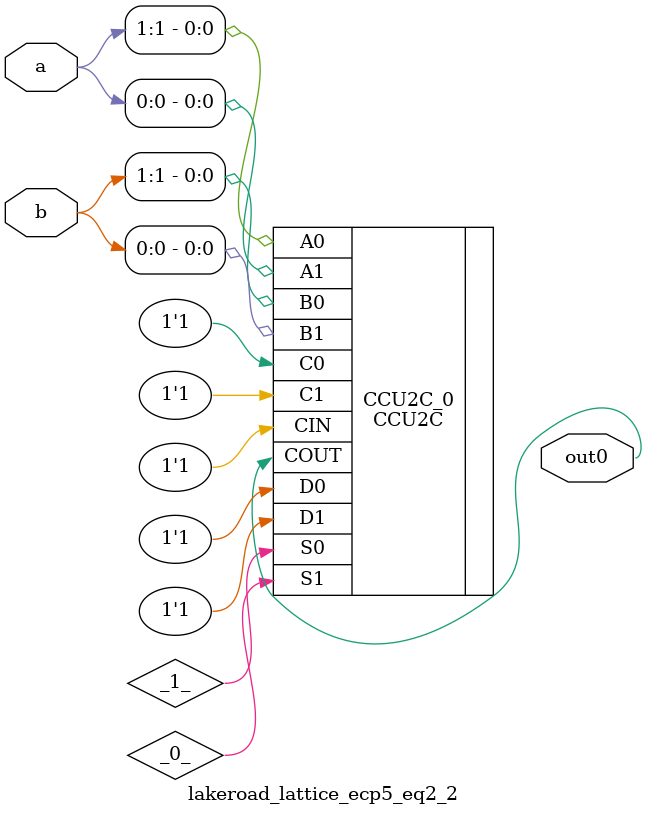
<source format=v>

/* Generated by Yosys 0.19 (git sha1 a45c131b37c, clang 13.1.6 -fPIC -Os) */

module lakeroad_lattice_ecp5_eq2_2(a, b, out0);
  wire _0_;
  wire _1_;
  input [1:0] a;
  wire [1:0] a;
  input [1:0] b;
  wire [1:0] b;
  output out0;
  wire out0;
  CCU2C #(
    .INIT0(16'h9001),
    .INIT1(16'h9001),
    .INJECT1_0("NO"),
    .INJECT1_1("NO")
  ) CCU2C_0 (
    .A0(a[1]),
    .A1(a[0]),
    .B0(b[1]),
    .B1(b[0]),
    .C0(1'h1),
    .C1(1'h1),
    .CIN(1'h1),
    .COUT(out0),
    .D0(1'h1),
    .D1(1'h1),
    .S0(_1_),
    .S1(_0_)
  );
endmodule


</source>
